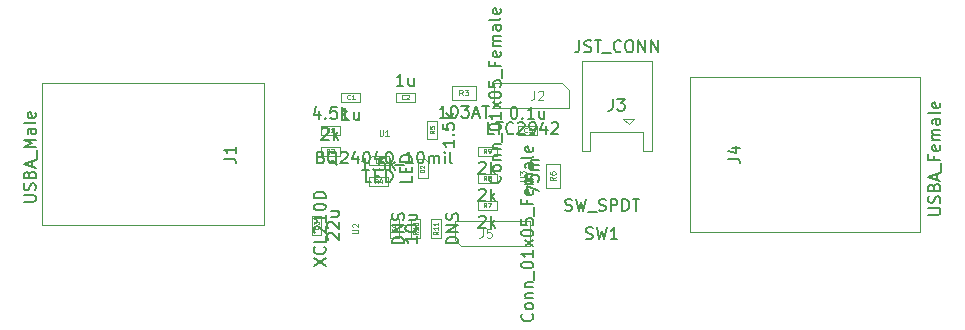
<source format=gbr>
G04 #@! TF.GenerationSoftware,KiCad,Pcbnew,(5.1.2)-1*
G04 #@! TF.CreationDate,2019-07-15T17:46:34-04:00*
G04 #@! TF.ProjectId,Charger Prototype,43686172-6765-4722-9050-726f746f7479,v1.0*
G04 #@! TF.SameCoordinates,Original*
G04 #@! TF.FileFunction,Other,Fab,Top*
%FSLAX46Y46*%
G04 Gerber Fmt 4.6, Leading zero omitted, Abs format (unit mm)*
G04 Created by KiCad (PCBNEW (5.1.2)-1) date 2019-07-15 17:46:34*
%MOMM*%
%LPD*%
G04 APERTURE LIST*
%ADD10C,0.100000*%
%ADD11C,0.060000*%
%ADD12C,0.150000*%
%ADD13C,0.075000*%
%ADD14C,0.114000*%
%ADD15C,0.062500*%
%ADD16C,0.080000*%
G04 APERTURE END LIST*
D10*
X129142000Y-86707000D02*
X129667000Y-87232000D01*
X123317000Y-86707000D02*
X129142000Y-86707000D01*
X123317000Y-88807000D02*
X123317000Y-86707000D01*
X129667000Y-88807000D02*
X123317000Y-88807000D01*
X129667000Y-87232000D02*
X129667000Y-88807000D01*
X120540000Y-100491000D02*
X120015000Y-99966000D01*
X126365000Y-100491000D02*
X120540000Y-100491000D01*
X126365000Y-98391000D02*
X126365000Y-100491000D01*
X120015000Y-98391000D02*
X126365000Y-98391000D01*
X120015000Y-99966000D02*
X120015000Y-98391000D01*
X125412500Y-90278000D02*
X127012500Y-90278000D01*
X125412500Y-91078000D02*
X125412500Y-90278000D01*
X127012500Y-91078000D02*
X125412500Y-91078000D01*
X127012500Y-90278000D02*
X127012500Y-91078000D01*
X108731000Y-97917000D02*
X108731000Y-99517000D01*
X107931000Y-97917000D02*
X108731000Y-97917000D01*
X107931000Y-99517000D02*
X107931000Y-97917000D01*
X108731000Y-99517000D02*
X107931000Y-99517000D01*
X112026500Y-88284000D02*
X110426500Y-88284000D01*
X112026500Y-87484000D02*
X112026500Y-88284000D01*
X110426500Y-87484000D02*
X112026500Y-87484000D01*
X110426500Y-88284000D02*
X110426500Y-87484000D01*
X115049500Y-87484000D02*
X116649500Y-87484000D01*
X115049500Y-88284000D02*
X115049500Y-87484000D01*
X116649500Y-88284000D02*
X115049500Y-88284000D01*
X116649500Y-87484000D02*
X116649500Y-88284000D01*
X115335000Y-98196500D02*
X115335000Y-99796500D01*
X114535000Y-98196500D02*
X115335000Y-98196500D01*
X114535000Y-99796500D02*
X114535000Y-98196500D01*
X115335000Y-99796500D02*
X114535000Y-99796500D01*
D11*
X112776000Y-93093000D02*
X113051000Y-92818000D01*
X112776000Y-93618000D02*
X112776000Y-93093000D01*
X114426000Y-93618000D02*
X112776000Y-93618000D01*
X114426000Y-92818000D02*
X114426000Y-93618000D01*
X113051000Y-92818000D02*
X114426000Y-92818000D01*
X117473000Y-93092000D02*
X117748000Y-93367000D01*
X116948000Y-93092000D02*
X117473000Y-93092000D01*
X116948000Y-94742000D02*
X116948000Y-93092000D01*
X117748000Y-94742000D02*
X116948000Y-94742000D01*
X117748000Y-93367000D02*
X117748000Y-94742000D01*
D10*
X103870000Y-86710000D02*
X85070000Y-86710000D01*
X103870000Y-98710000D02*
X85070000Y-98710000D01*
X85070000Y-86710000D02*
X85070000Y-98710000D01*
X103870000Y-86710000D02*
X103870000Y-98710000D01*
X134247000Y-89684000D02*
X134747000Y-90184000D01*
X135247000Y-89684000D02*
X134247000Y-89684000D01*
X134747000Y-90184000D02*
X135247000Y-89684000D01*
X131497000Y-90809000D02*
X135997000Y-90809000D01*
X131497000Y-92409000D02*
X131497000Y-90809000D01*
X130797000Y-92409000D02*
X131497000Y-92409000D01*
X130797000Y-84809000D02*
X130797000Y-92409000D01*
X136697000Y-84809000D02*
X130797000Y-84809000D01*
X136697000Y-92409000D02*
X136697000Y-84809000D01*
X135997000Y-92409000D02*
X136697000Y-92409000D01*
X135997000Y-90809000D02*
X135997000Y-92409000D01*
X139938000Y-99260000D02*
X139938000Y-86160000D01*
X139938000Y-86160000D02*
X159408000Y-86160000D01*
X139938000Y-99260000D02*
X159408000Y-99260000D01*
X159408000Y-99260000D02*
X159408000Y-86160000D01*
X108674000Y-90278000D02*
X110274000Y-90278000D01*
X108674000Y-91078000D02*
X108674000Y-90278000D01*
X110274000Y-91078000D02*
X108674000Y-91078000D01*
X110274000Y-90278000D02*
X110274000Y-91078000D01*
X108674000Y-92056000D02*
X110274000Y-92056000D01*
X108674000Y-92856000D02*
X108674000Y-92056000D01*
X110274000Y-92856000D02*
X108674000Y-92856000D01*
X110274000Y-92056000D02*
X110274000Y-92856000D01*
X121786000Y-88103000D02*
X119786000Y-88103000D01*
X121786000Y-86903000D02*
X121786000Y-88103000D01*
X119786000Y-86903000D02*
X121786000Y-86903000D01*
X119786000Y-88103000D02*
X119786000Y-86903000D01*
X112763500Y-94596000D02*
X114363500Y-94596000D01*
X112763500Y-95396000D02*
X112763500Y-94596000D01*
X114363500Y-95396000D02*
X112763500Y-95396000D01*
X114363500Y-94596000D02*
X114363500Y-95396000D01*
X118510000Y-89852500D02*
X118510000Y-91452500D01*
X117710000Y-89852500D02*
X118510000Y-89852500D01*
X117710000Y-91452500D02*
X117710000Y-89852500D01*
X118510000Y-91452500D02*
X117710000Y-91452500D01*
X127733500Y-95551500D02*
X127733500Y-93551500D01*
X128933500Y-95551500D02*
X127733500Y-95551500D01*
X128933500Y-93551500D02*
X128933500Y-95551500D01*
X127733500Y-93551500D02*
X128933500Y-93551500D01*
X123571000Y-97428000D02*
X121971000Y-97428000D01*
X123571000Y-96628000D02*
X123571000Y-97428000D01*
X121971000Y-96628000D02*
X123571000Y-96628000D01*
X121971000Y-97428000D02*
X121971000Y-96628000D01*
X123571000Y-95142000D02*
X121971000Y-95142000D01*
X123571000Y-94342000D02*
X123571000Y-95142000D01*
X121971000Y-94342000D02*
X123571000Y-94342000D01*
X121971000Y-95142000D02*
X121971000Y-94342000D01*
X123571000Y-92856000D02*
X121971000Y-92856000D01*
X123571000Y-92056000D02*
X123571000Y-92856000D01*
X121971000Y-92056000D02*
X123571000Y-92056000D01*
X121971000Y-92856000D02*
X121971000Y-92056000D01*
X116313000Y-99796500D02*
X116313000Y-98196500D01*
X117113000Y-99796500D02*
X116313000Y-99796500D01*
X117113000Y-98196500D02*
X117113000Y-99796500D01*
X116313000Y-98196500D02*
X117113000Y-98196500D01*
X118827500Y-98196500D02*
X118827500Y-99796500D01*
X118027500Y-98196500D02*
X118827500Y-98196500D01*
X118027500Y-99796500D02*
X118027500Y-98196500D01*
X118827500Y-99796500D02*
X118027500Y-99796500D01*
D12*
X108712666Y-92960571D02*
X108855523Y-93008190D01*
X108903142Y-93055809D01*
X108950761Y-93151047D01*
X108950761Y-93293904D01*
X108903142Y-93389142D01*
X108855523Y-93436761D01*
X108760285Y-93484380D01*
X108379333Y-93484380D01*
X108379333Y-92484380D01*
X108712666Y-92484380D01*
X108807904Y-92532000D01*
X108855523Y-92579619D01*
X108903142Y-92674857D01*
X108903142Y-92770095D01*
X108855523Y-92865333D01*
X108807904Y-92912952D01*
X108712666Y-92960571D01*
X108379333Y-92960571D01*
X110046000Y-93579619D02*
X109950761Y-93532000D01*
X109855523Y-93436761D01*
X109712666Y-93293904D01*
X109617428Y-93246285D01*
X109522190Y-93246285D01*
X109569809Y-93484380D02*
X109474571Y-93436761D01*
X109379333Y-93341523D01*
X109331714Y-93151047D01*
X109331714Y-92817714D01*
X109379333Y-92627238D01*
X109474571Y-92532000D01*
X109569809Y-92484380D01*
X109760285Y-92484380D01*
X109855523Y-92532000D01*
X109950761Y-92627238D01*
X109998380Y-92817714D01*
X109998380Y-93151047D01*
X109950761Y-93341523D01*
X109855523Y-93436761D01*
X109760285Y-93484380D01*
X109569809Y-93484380D01*
X110379333Y-92579619D02*
X110426952Y-92532000D01*
X110522190Y-92484380D01*
X110760285Y-92484380D01*
X110855523Y-92532000D01*
X110903142Y-92579619D01*
X110950761Y-92674857D01*
X110950761Y-92770095D01*
X110903142Y-92912952D01*
X110331714Y-93484380D01*
X110950761Y-93484380D01*
X111807904Y-92817714D02*
X111807904Y-93484380D01*
X111569809Y-92436761D02*
X111331714Y-93151047D01*
X111950761Y-93151047D01*
X112522190Y-92484380D02*
X112617428Y-92484380D01*
X112712666Y-92532000D01*
X112760285Y-92579619D01*
X112807904Y-92674857D01*
X112855523Y-92865333D01*
X112855523Y-93103428D01*
X112807904Y-93293904D01*
X112760285Y-93389142D01*
X112712666Y-93436761D01*
X112617428Y-93484380D01*
X112522190Y-93484380D01*
X112426952Y-93436761D01*
X112379333Y-93389142D01*
X112331714Y-93293904D01*
X112284095Y-93103428D01*
X112284095Y-92865333D01*
X112331714Y-92674857D01*
X112379333Y-92579619D01*
X112426952Y-92532000D01*
X112522190Y-92484380D01*
X113712666Y-92817714D02*
X113712666Y-93484380D01*
X113474571Y-92436761D02*
X113236476Y-93151047D01*
X113855523Y-93151047D01*
X114426952Y-92484380D02*
X114522190Y-92484380D01*
X114617428Y-92532000D01*
X114665047Y-92579619D01*
X114712666Y-92674857D01*
X114760285Y-92865333D01*
X114760285Y-93103428D01*
X114712666Y-93293904D01*
X114665047Y-93389142D01*
X114617428Y-93436761D01*
X114522190Y-93484380D01*
X114426952Y-93484380D01*
X114331714Y-93436761D01*
X114284095Y-93389142D01*
X114236476Y-93293904D01*
X114188857Y-93103428D01*
X114188857Y-92865333D01*
X114236476Y-92674857D01*
X114284095Y-92579619D01*
X114331714Y-92532000D01*
X114426952Y-92484380D01*
X114950761Y-93579619D02*
X115712666Y-93579619D01*
X116474571Y-93484380D02*
X115903142Y-93484380D01*
X116188857Y-93484380D02*
X116188857Y-92484380D01*
X116093619Y-92627238D01*
X115998380Y-92722476D01*
X115903142Y-92770095D01*
X117093619Y-92484380D02*
X117188857Y-92484380D01*
X117284095Y-92532000D01*
X117331714Y-92579619D01*
X117379333Y-92674857D01*
X117426952Y-92865333D01*
X117426952Y-93103428D01*
X117379333Y-93293904D01*
X117331714Y-93389142D01*
X117284095Y-93436761D01*
X117188857Y-93484380D01*
X117093619Y-93484380D01*
X116998380Y-93436761D01*
X116950761Y-93389142D01*
X116903142Y-93293904D01*
X116855523Y-93103428D01*
X116855523Y-92865333D01*
X116903142Y-92674857D01*
X116950761Y-92579619D01*
X116998380Y-92532000D01*
X117093619Y-92484380D01*
X117855523Y-93484380D02*
X117855523Y-92817714D01*
X117855523Y-92912952D02*
X117903142Y-92865333D01*
X117998380Y-92817714D01*
X118141238Y-92817714D01*
X118236476Y-92865333D01*
X118284095Y-92960571D01*
X118284095Y-93484380D01*
X118284095Y-92960571D02*
X118331714Y-92865333D01*
X118426952Y-92817714D01*
X118569809Y-92817714D01*
X118665047Y-92865333D01*
X118712666Y-92960571D01*
X118712666Y-93484380D01*
X119188857Y-93484380D02*
X119188857Y-92817714D01*
X119188857Y-92484380D02*
X119141238Y-92532000D01*
X119188857Y-92579619D01*
X119236476Y-92532000D01*
X119188857Y-92484380D01*
X119188857Y-92579619D01*
X119807904Y-93484380D02*
X119712666Y-93436761D01*
X119665047Y-93341523D01*
X119665047Y-92484380D01*
D13*
X113665047Y-90658190D02*
X113665047Y-91062952D01*
X113688857Y-91110571D01*
X113712666Y-91134380D01*
X113760285Y-91158190D01*
X113855523Y-91158190D01*
X113903142Y-91134380D01*
X113926952Y-91110571D01*
X113950761Y-91062952D01*
X113950761Y-90658190D01*
X114450761Y-91158190D02*
X114165047Y-91158190D01*
X114307904Y-91158190D02*
X114307904Y-90658190D01*
X114260285Y-90729619D01*
X114212666Y-90777238D01*
X114165047Y-90801047D01*
D12*
X108085380Y-102163166D02*
X109085380Y-101496500D01*
X108085380Y-101496500D02*
X109085380Y-102163166D01*
X108990142Y-100544119D02*
X109037761Y-100591738D01*
X109085380Y-100734595D01*
X109085380Y-100829833D01*
X109037761Y-100972690D01*
X108942523Y-101067928D01*
X108847285Y-101115547D01*
X108656809Y-101163166D01*
X108513952Y-101163166D01*
X108323476Y-101115547D01*
X108228238Y-101067928D01*
X108133000Y-100972690D01*
X108085380Y-100829833D01*
X108085380Y-100734595D01*
X108133000Y-100591738D01*
X108180619Y-100544119D01*
X109085380Y-99639357D02*
X109085380Y-100115547D01*
X108085380Y-100115547D01*
X108180619Y-99353642D02*
X108133000Y-99306023D01*
X108085380Y-99210785D01*
X108085380Y-98972690D01*
X108133000Y-98877452D01*
X108180619Y-98829833D01*
X108275857Y-98782214D01*
X108371095Y-98782214D01*
X108513952Y-98829833D01*
X109085380Y-99401261D01*
X109085380Y-98782214D01*
X109085380Y-97829833D02*
X109085380Y-98401261D01*
X109085380Y-98115547D02*
X108085380Y-98115547D01*
X108228238Y-98210785D01*
X108323476Y-98306023D01*
X108371095Y-98401261D01*
X108085380Y-97210785D02*
X108085380Y-97115547D01*
X108133000Y-97020309D01*
X108180619Y-96972690D01*
X108275857Y-96925071D01*
X108466333Y-96877452D01*
X108704428Y-96877452D01*
X108894904Y-96925071D01*
X108990142Y-96972690D01*
X109037761Y-97020309D01*
X109085380Y-97115547D01*
X109085380Y-97210785D01*
X109037761Y-97306023D01*
X108990142Y-97353642D01*
X108894904Y-97401261D01*
X108704428Y-97448880D01*
X108466333Y-97448880D01*
X108275857Y-97401261D01*
X108180619Y-97353642D01*
X108133000Y-97306023D01*
X108085380Y-97210785D01*
X109085380Y-96448880D02*
X108085380Y-96448880D01*
X108085380Y-96210785D01*
X108133000Y-96067928D01*
X108228238Y-95972690D01*
X108323476Y-95925071D01*
X108513952Y-95877452D01*
X108656809Y-95877452D01*
X108847285Y-95925071D01*
X108942523Y-95972690D01*
X109037761Y-96067928D01*
X109085380Y-96210785D01*
X109085380Y-96448880D01*
D13*
X111359190Y-99377452D02*
X111763952Y-99377452D01*
X111811571Y-99353642D01*
X111835380Y-99329833D01*
X111859190Y-99282214D01*
X111859190Y-99186976D01*
X111835380Y-99139357D01*
X111811571Y-99115547D01*
X111763952Y-99091738D01*
X111359190Y-99091738D01*
X111406809Y-98877452D02*
X111383000Y-98853642D01*
X111359190Y-98806023D01*
X111359190Y-98686976D01*
X111383000Y-98639357D01*
X111406809Y-98615547D01*
X111454428Y-98591738D01*
X111502047Y-98591738D01*
X111573476Y-98615547D01*
X111859190Y-98901261D01*
X111859190Y-98591738D01*
D12*
X123829142Y-94542714D02*
X123876761Y-94590333D01*
X123924380Y-94733190D01*
X123924380Y-94828428D01*
X123876761Y-94971285D01*
X123781523Y-95066523D01*
X123686285Y-95114142D01*
X123495809Y-95161761D01*
X123352952Y-95161761D01*
X123162476Y-95114142D01*
X123067238Y-95066523D01*
X122972000Y-94971285D01*
X122924380Y-94828428D01*
X122924380Y-94733190D01*
X122972000Y-94590333D01*
X123019619Y-94542714D01*
X123924380Y-93971285D02*
X123876761Y-94066523D01*
X123829142Y-94114142D01*
X123733904Y-94161761D01*
X123448190Y-94161761D01*
X123352952Y-94114142D01*
X123305333Y-94066523D01*
X123257714Y-93971285D01*
X123257714Y-93828428D01*
X123305333Y-93733190D01*
X123352952Y-93685571D01*
X123448190Y-93637952D01*
X123733904Y-93637952D01*
X123829142Y-93685571D01*
X123876761Y-93733190D01*
X123924380Y-93828428D01*
X123924380Y-93971285D01*
X123257714Y-93209380D02*
X123924380Y-93209380D01*
X123352952Y-93209380D02*
X123305333Y-93161761D01*
X123257714Y-93066523D01*
X123257714Y-92923666D01*
X123305333Y-92828428D01*
X123400571Y-92780809D01*
X123924380Y-92780809D01*
X123257714Y-92304619D02*
X123924380Y-92304619D01*
X123352952Y-92304619D02*
X123305333Y-92257000D01*
X123257714Y-92161761D01*
X123257714Y-92018904D01*
X123305333Y-91923666D01*
X123400571Y-91876047D01*
X123924380Y-91876047D01*
X124019619Y-91637952D02*
X124019619Y-90876047D01*
X122924380Y-90447476D02*
X122924380Y-90352238D01*
X122972000Y-90257000D01*
X123019619Y-90209380D01*
X123114857Y-90161761D01*
X123305333Y-90114142D01*
X123543428Y-90114142D01*
X123733904Y-90161761D01*
X123829142Y-90209380D01*
X123876761Y-90257000D01*
X123924380Y-90352238D01*
X123924380Y-90447476D01*
X123876761Y-90542714D01*
X123829142Y-90590333D01*
X123733904Y-90637952D01*
X123543428Y-90685571D01*
X123305333Y-90685571D01*
X123114857Y-90637952D01*
X123019619Y-90590333D01*
X122972000Y-90542714D01*
X122924380Y-90447476D01*
X123924380Y-89161761D02*
X123924380Y-89733190D01*
X123924380Y-89447476D02*
X122924380Y-89447476D01*
X123067238Y-89542714D01*
X123162476Y-89637952D01*
X123210095Y-89733190D01*
X123924380Y-88828428D02*
X123257714Y-88304619D01*
X123257714Y-88828428D02*
X123924380Y-88304619D01*
X122924380Y-87733190D02*
X122924380Y-87637952D01*
X122972000Y-87542714D01*
X123019619Y-87495095D01*
X123114857Y-87447476D01*
X123305333Y-87399857D01*
X123543428Y-87399857D01*
X123733904Y-87447476D01*
X123829142Y-87495095D01*
X123876761Y-87542714D01*
X123924380Y-87637952D01*
X123924380Y-87733190D01*
X123876761Y-87828428D01*
X123829142Y-87876047D01*
X123733904Y-87923666D01*
X123543428Y-87971285D01*
X123305333Y-87971285D01*
X123114857Y-87923666D01*
X123019619Y-87876047D01*
X122972000Y-87828428D01*
X122924380Y-87733190D01*
X122924380Y-86495095D02*
X122924380Y-86971285D01*
X123400571Y-87018904D01*
X123352952Y-86971285D01*
X123305333Y-86876047D01*
X123305333Y-86637952D01*
X123352952Y-86542714D01*
X123400571Y-86495095D01*
X123495809Y-86447476D01*
X123733904Y-86447476D01*
X123829142Y-86495095D01*
X123876761Y-86542714D01*
X123924380Y-86637952D01*
X123924380Y-86876047D01*
X123876761Y-86971285D01*
X123829142Y-87018904D01*
X124019619Y-86257000D02*
X124019619Y-85495095D01*
X123400571Y-84923666D02*
X123400571Y-85257000D01*
X123924380Y-85257000D02*
X122924380Y-85257000D01*
X122924380Y-84780809D01*
X123876761Y-84018904D02*
X123924380Y-84114142D01*
X123924380Y-84304619D01*
X123876761Y-84399857D01*
X123781523Y-84447476D01*
X123400571Y-84447476D01*
X123305333Y-84399857D01*
X123257714Y-84304619D01*
X123257714Y-84114142D01*
X123305333Y-84018904D01*
X123400571Y-83971285D01*
X123495809Y-83971285D01*
X123591047Y-84447476D01*
X123924380Y-83542714D02*
X123257714Y-83542714D01*
X123352952Y-83542714D02*
X123305333Y-83495095D01*
X123257714Y-83399857D01*
X123257714Y-83257000D01*
X123305333Y-83161761D01*
X123400571Y-83114142D01*
X123924380Y-83114142D01*
X123400571Y-83114142D02*
X123305333Y-83066523D01*
X123257714Y-82971285D01*
X123257714Y-82828428D01*
X123305333Y-82733190D01*
X123400571Y-82685571D01*
X123924380Y-82685571D01*
X123924380Y-81780809D02*
X123400571Y-81780809D01*
X123305333Y-81828428D01*
X123257714Y-81923666D01*
X123257714Y-82114142D01*
X123305333Y-82209380D01*
X123876761Y-81780809D02*
X123924380Y-81876047D01*
X123924380Y-82114142D01*
X123876761Y-82209380D01*
X123781523Y-82257000D01*
X123686285Y-82257000D01*
X123591047Y-82209380D01*
X123543428Y-82114142D01*
X123543428Y-81876047D01*
X123495809Y-81780809D01*
X123924380Y-81161761D02*
X123876761Y-81257000D01*
X123781523Y-81304619D01*
X122924380Y-81304619D01*
X123876761Y-80399857D02*
X123924380Y-80495095D01*
X123924380Y-80685571D01*
X123876761Y-80780809D01*
X123781523Y-80828428D01*
X123400571Y-80828428D01*
X123305333Y-80780809D01*
X123257714Y-80685571D01*
X123257714Y-80495095D01*
X123305333Y-80399857D01*
X123400571Y-80352238D01*
X123495809Y-80352238D01*
X123591047Y-80828428D01*
D14*
X126778666Y-87340809D02*
X126778666Y-87883666D01*
X126742476Y-87992238D01*
X126670095Y-88064619D01*
X126561523Y-88100809D01*
X126489142Y-88100809D01*
X127104380Y-87413190D02*
X127140571Y-87377000D01*
X127212952Y-87340809D01*
X127393904Y-87340809D01*
X127466285Y-87377000D01*
X127502476Y-87413190D01*
X127538666Y-87485571D01*
X127538666Y-87557952D01*
X127502476Y-87666523D01*
X127068190Y-88100809D01*
X127538666Y-88100809D01*
D12*
X126567142Y-106226714D02*
X126614761Y-106274333D01*
X126662380Y-106417190D01*
X126662380Y-106512428D01*
X126614761Y-106655285D01*
X126519523Y-106750523D01*
X126424285Y-106798142D01*
X126233809Y-106845761D01*
X126090952Y-106845761D01*
X125900476Y-106798142D01*
X125805238Y-106750523D01*
X125710000Y-106655285D01*
X125662380Y-106512428D01*
X125662380Y-106417190D01*
X125710000Y-106274333D01*
X125757619Y-106226714D01*
X126662380Y-105655285D02*
X126614761Y-105750523D01*
X126567142Y-105798142D01*
X126471904Y-105845761D01*
X126186190Y-105845761D01*
X126090952Y-105798142D01*
X126043333Y-105750523D01*
X125995714Y-105655285D01*
X125995714Y-105512428D01*
X126043333Y-105417190D01*
X126090952Y-105369571D01*
X126186190Y-105321952D01*
X126471904Y-105321952D01*
X126567142Y-105369571D01*
X126614761Y-105417190D01*
X126662380Y-105512428D01*
X126662380Y-105655285D01*
X125995714Y-104893380D02*
X126662380Y-104893380D01*
X126090952Y-104893380D02*
X126043333Y-104845761D01*
X125995714Y-104750523D01*
X125995714Y-104607666D01*
X126043333Y-104512428D01*
X126138571Y-104464809D01*
X126662380Y-104464809D01*
X125995714Y-103988619D02*
X126662380Y-103988619D01*
X126090952Y-103988619D02*
X126043333Y-103941000D01*
X125995714Y-103845761D01*
X125995714Y-103702904D01*
X126043333Y-103607666D01*
X126138571Y-103560047D01*
X126662380Y-103560047D01*
X126757619Y-103321952D02*
X126757619Y-102560047D01*
X125662380Y-102131476D02*
X125662380Y-102036238D01*
X125710000Y-101941000D01*
X125757619Y-101893380D01*
X125852857Y-101845761D01*
X126043333Y-101798142D01*
X126281428Y-101798142D01*
X126471904Y-101845761D01*
X126567142Y-101893380D01*
X126614761Y-101941000D01*
X126662380Y-102036238D01*
X126662380Y-102131476D01*
X126614761Y-102226714D01*
X126567142Y-102274333D01*
X126471904Y-102321952D01*
X126281428Y-102369571D01*
X126043333Y-102369571D01*
X125852857Y-102321952D01*
X125757619Y-102274333D01*
X125710000Y-102226714D01*
X125662380Y-102131476D01*
X126662380Y-100845761D02*
X126662380Y-101417190D01*
X126662380Y-101131476D02*
X125662380Y-101131476D01*
X125805238Y-101226714D01*
X125900476Y-101321952D01*
X125948095Y-101417190D01*
X126662380Y-100512428D02*
X125995714Y-99988619D01*
X125995714Y-100512428D02*
X126662380Y-99988619D01*
X125662380Y-99417190D02*
X125662380Y-99321952D01*
X125710000Y-99226714D01*
X125757619Y-99179095D01*
X125852857Y-99131476D01*
X126043333Y-99083857D01*
X126281428Y-99083857D01*
X126471904Y-99131476D01*
X126567142Y-99179095D01*
X126614761Y-99226714D01*
X126662380Y-99321952D01*
X126662380Y-99417190D01*
X126614761Y-99512428D01*
X126567142Y-99560047D01*
X126471904Y-99607666D01*
X126281428Y-99655285D01*
X126043333Y-99655285D01*
X125852857Y-99607666D01*
X125757619Y-99560047D01*
X125710000Y-99512428D01*
X125662380Y-99417190D01*
X125662380Y-98179095D02*
X125662380Y-98655285D01*
X126138571Y-98702904D01*
X126090952Y-98655285D01*
X126043333Y-98560047D01*
X126043333Y-98321952D01*
X126090952Y-98226714D01*
X126138571Y-98179095D01*
X126233809Y-98131476D01*
X126471904Y-98131476D01*
X126567142Y-98179095D01*
X126614761Y-98226714D01*
X126662380Y-98321952D01*
X126662380Y-98560047D01*
X126614761Y-98655285D01*
X126567142Y-98702904D01*
X126757619Y-97941000D02*
X126757619Y-97179095D01*
X126138571Y-96607666D02*
X126138571Y-96941000D01*
X126662380Y-96941000D02*
X125662380Y-96941000D01*
X125662380Y-96464809D01*
X126614761Y-95702904D02*
X126662380Y-95798142D01*
X126662380Y-95988619D01*
X126614761Y-96083857D01*
X126519523Y-96131476D01*
X126138571Y-96131476D01*
X126043333Y-96083857D01*
X125995714Y-95988619D01*
X125995714Y-95798142D01*
X126043333Y-95702904D01*
X126138571Y-95655285D01*
X126233809Y-95655285D01*
X126329047Y-96131476D01*
X126662380Y-95226714D02*
X125995714Y-95226714D01*
X126090952Y-95226714D02*
X126043333Y-95179095D01*
X125995714Y-95083857D01*
X125995714Y-94941000D01*
X126043333Y-94845761D01*
X126138571Y-94798142D01*
X126662380Y-94798142D01*
X126138571Y-94798142D02*
X126043333Y-94750523D01*
X125995714Y-94655285D01*
X125995714Y-94512428D01*
X126043333Y-94417190D01*
X126138571Y-94369571D01*
X126662380Y-94369571D01*
X126662380Y-93464809D02*
X126138571Y-93464809D01*
X126043333Y-93512428D01*
X125995714Y-93607666D01*
X125995714Y-93798142D01*
X126043333Y-93893380D01*
X126614761Y-93464809D02*
X126662380Y-93560047D01*
X126662380Y-93798142D01*
X126614761Y-93893380D01*
X126519523Y-93941000D01*
X126424285Y-93941000D01*
X126329047Y-93893380D01*
X126281428Y-93798142D01*
X126281428Y-93560047D01*
X126233809Y-93464809D01*
X126662380Y-92845761D02*
X126614761Y-92941000D01*
X126519523Y-92988619D01*
X125662380Y-92988619D01*
X126614761Y-92083857D02*
X126662380Y-92179095D01*
X126662380Y-92369571D01*
X126614761Y-92464809D01*
X126519523Y-92512428D01*
X126138571Y-92512428D01*
X126043333Y-92464809D01*
X125995714Y-92369571D01*
X125995714Y-92179095D01*
X126043333Y-92083857D01*
X126138571Y-92036238D01*
X126233809Y-92036238D01*
X126329047Y-92512428D01*
D14*
X122396666Y-99024809D02*
X122396666Y-99567666D01*
X122360476Y-99676238D01*
X122288095Y-99748619D01*
X122179523Y-99784809D01*
X122107142Y-99784809D01*
X123120476Y-99024809D02*
X122758571Y-99024809D01*
X122722380Y-99386714D01*
X122758571Y-99350523D01*
X122830952Y-99314333D01*
X123011904Y-99314333D01*
X123084285Y-99350523D01*
X123120476Y-99386714D01*
X123156666Y-99459095D01*
X123156666Y-99640047D01*
X123120476Y-99712428D01*
X123084285Y-99748619D01*
X123011904Y-99784809D01*
X122830952Y-99784809D01*
X122758571Y-99748619D01*
X122722380Y-99712428D01*
D12*
X124998214Y-88700380D02*
X125093452Y-88700380D01*
X125188690Y-88748000D01*
X125236309Y-88795619D01*
X125283928Y-88890857D01*
X125331547Y-89081333D01*
X125331547Y-89319428D01*
X125283928Y-89509904D01*
X125236309Y-89605142D01*
X125188690Y-89652761D01*
X125093452Y-89700380D01*
X124998214Y-89700380D01*
X124902976Y-89652761D01*
X124855357Y-89605142D01*
X124807738Y-89509904D01*
X124760119Y-89319428D01*
X124760119Y-89081333D01*
X124807738Y-88890857D01*
X124855357Y-88795619D01*
X124902976Y-88748000D01*
X124998214Y-88700380D01*
X125760119Y-89605142D02*
X125807738Y-89652761D01*
X125760119Y-89700380D01*
X125712500Y-89652761D01*
X125760119Y-89605142D01*
X125760119Y-89700380D01*
X126760119Y-89700380D02*
X126188690Y-89700380D01*
X126474404Y-89700380D02*
X126474404Y-88700380D01*
X126379166Y-88843238D01*
X126283928Y-88938476D01*
X126188690Y-88986095D01*
X127617261Y-89033714D02*
X127617261Y-89700380D01*
X127188690Y-89033714D02*
X127188690Y-89557523D01*
X127236309Y-89652761D01*
X127331547Y-89700380D01*
X127474404Y-89700380D01*
X127569642Y-89652761D01*
X127617261Y-89605142D01*
D11*
X126145833Y-90820857D02*
X126126785Y-90839904D01*
X126069642Y-90858952D01*
X126031547Y-90858952D01*
X125974404Y-90839904D01*
X125936309Y-90801809D01*
X125917261Y-90763714D01*
X125898214Y-90687523D01*
X125898214Y-90630380D01*
X125917261Y-90554190D01*
X125936309Y-90516095D01*
X125974404Y-90478000D01*
X126031547Y-90458952D01*
X126069642Y-90458952D01*
X126126785Y-90478000D01*
X126145833Y-90497047D01*
X126507738Y-90458952D02*
X126317261Y-90458952D01*
X126298214Y-90649428D01*
X126317261Y-90630380D01*
X126355357Y-90611333D01*
X126450595Y-90611333D01*
X126488690Y-90630380D01*
X126507738Y-90649428D01*
X126526785Y-90687523D01*
X126526785Y-90782761D01*
X126507738Y-90820857D01*
X126488690Y-90839904D01*
X126450595Y-90858952D01*
X126355357Y-90858952D01*
X126317261Y-90839904D01*
X126298214Y-90820857D01*
D12*
X109308619Y-99931285D02*
X109261000Y-99883666D01*
X109213380Y-99788428D01*
X109213380Y-99550333D01*
X109261000Y-99455095D01*
X109308619Y-99407476D01*
X109403857Y-99359857D01*
X109499095Y-99359857D01*
X109641952Y-99407476D01*
X110213380Y-99978904D01*
X110213380Y-99359857D01*
X109308619Y-98978904D02*
X109261000Y-98931285D01*
X109213380Y-98836047D01*
X109213380Y-98597952D01*
X109261000Y-98502714D01*
X109308619Y-98455095D01*
X109403857Y-98407476D01*
X109499095Y-98407476D01*
X109641952Y-98455095D01*
X110213380Y-99026523D01*
X110213380Y-98407476D01*
X109546714Y-97550333D02*
X110213380Y-97550333D01*
X109546714Y-97978904D02*
X110070523Y-97978904D01*
X110165761Y-97931285D01*
X110213380Y-97836047D01*
X110213380Y-97693190D01*
X110165761Y-97597952D01*
X110118142Y-97550333D01*
D11*
X108473857Y-98783666D02*
X108492904Y-98802714D01*
X108511952Y-98859857D01*
X108511952Y-98897952D01*
X108492904Y-98955095D01*
X108454809Y-98993190D01*
X108416714Y-99012238D01*
X108340523Y-99031285D01*
X108283380Y-99031285D01*
X108207190Y-99012238D01*
X108169095Y-98993190D01*
X108131000Y-98955095D01*
X108111952Y-98897952D01*
X108111952Y-98859857D01*
X108131000Y-98802714D01*
X108150047Y-98783666D01*
X108111952Y-98650333D02*
X108111952Y-98402714D01*
X108264333Y-98536047D01*
X108264333Y-98478904D01*
X108283380Y-98440809D01*
X108302428Y-98421761D01*
X108340523Y-98402714D01*
X108435761Y-98402714D01*
X108473857Y-98421761D01*
X108492904Y-98440809D01*
X108511952Y-98478904D01*
X108511952Y-98593190D01*
X108492904Y-98631285D01*
X108473857Y-98650333D01*
D12*
X111059833Y-89766380D02*
X110488404Y-89766380D01*
X110774119Y-89766380D02*
X110774119Y-88766380D01*
X110678880Y-88909238D01*
X110583642Y-89004476D01*
X110488404Y-89052095D01*
X111916976Y-89099714D02*
X111916976Y-89766380D01*
X111488404Y-89099714D02*
X111488404Y-89623523D01*
X111536023Y-89718761D01*
X111631261Y-89766380D01*
X111774119Y-89766380D01*
X111869357Y-89718761D01*
X111916976Y-89671142D01*
D11*
X111159833Y-88026857D02*
X111140785Y-88045904D01*
X111083642Y-88064952D01*
X111045547Y-88064952D01*
X110988404Y-88045904D01*
X110950309Y-88007809D01*
X110931261Y-87969714D01*
X110912214Y-87893523D01*
X110912214Y-87836380D01*
X110931261Y-87760190D01*
X110950309Y-87722095D01*
X110988404Y-87684000D01*
X111045547Y-87664952D01*
X111083642Y-87664952D01*
X111140785Y-87684000D01*
X111159833Y-87703047D01*
X111540785Y-88064952D02*
X111312214Y-88064952D01*
X111426500Y-88064952D02*
X111426500Y-87664952D01*
X111388404Y-87722095D01*
X111350309Y-87760190D01*
X111312214Y-87779238D01*
D12*
X115682833Y-86906380D02*
X115111404Y-86906380D01*
X115397119Y-86906380D02*
X115397119Y-85906380D01*
X115301880Y-86049238D01*
X115206642Y-86144476D01*
X115111404Y-86192095D01*
X116539976Y-86239714D02*
X116539976Y-86906380D01*
X116111404Y-86239714D02*
X116111404Y-86763523D01*
X116159023Y-86858761D01*
X116254261Y-86906380D01*
X116397119Y-86906380D01*
X116492357Y-86858761D01*
X116539976Y-86811142D01*
D11*
X115782833Y-88026857D02*
X115763785Y-88045904D01*
X115706642Y-88064952D01*
X115668547Y-88064952D01*
X115611404Y-88045904D01*
X115573309Y-88007809D01*
X115554261Y-87969714D01*
X115535214Y-87893523D01*
X115535214Y-87836380D01*
X115554261Y-87760190D01*
X115573309Y-87722095D01*
X115611404Y-87684000D01*
X115668547Y-87664952D01*
X115706642Y-87664952D01*
X115763785Y-87684000D01*
X115782833Y-87703047D01*
X115935214Y-87703047D02*
X115954261Y-87684000D01*
X115992357Y-87664952D01*
X116087595Y-87664952D01*
X116125690Y-87684000D01*
X116144738Y-87703047D01*
X116163785Y-87741142D01*
X116163785Y-87779238D01*
X116144738Y-87836380D01*
X115916166Y-88064952D01*
X116163785Y-88064952D01*
D12*
X116817380Y-99639357D02*
X116817380Y-100210785D01*
X116817380Y-99925071D02*
X115817380Y-99925071D01*
X115960238Y-100020309D01*
X116055476Y-100115547D01*
X116103095Y-100210785D01*
X115817380Y-99020309D02*
X115817380Y-98925071D01*
X115865000Y-98829833D01*
X115912619Y-98782214D01*
X116007857Y-98734595D01*
X116198333Y-98686976D01*
X116436428Y-98686976D01*
X116626904Y-98734595D01*
X116722142Y-98782214D01*
X116769761Y-98829833D01*
X116817380Y-98925071D01*
X116817380Y-99020309D01*
X116769761Y-99115547D01*
X116722142Y-99163166D01*
X116626904Y-99210785D01*
X116436428Y-99258404D01*
X116198333Y-99258404D01*
X116007857Y-99210785D01*
X115912619Y-99163166D01*
X115865000Y-99115547D01*
X115817380Y-99020309D01*
X116150714Y-97829833D02*
X116817380Y-97829833D01*
X116150714Y-98258404D02*
X116674523Y-98258404D01*
X116769761Y-98210785D01*
X116817380Y-98115547D01*
X116817380Y-97972690D01*
X116769761Y-97877452D01*
X116722142Y-97829833D01*
D11*
X115077857Y-99063166D02*
X115096904Y-99082214D01*
X115115952Y-99139357D01*
X115115952Y-99177452D01*
X115096904Y-99234595D01*
X115058809Y-99272690D01*
X115020714Y-99291738D01*
X114944523Y-99310785D01*
X114887380Y-99310785D01*
X114811190Y-99291738D01*
X114773095Y-99272690D01*
X114735000Y-99234595D01*
X114715952Y-99177452D01*
X114715952Y-99139357D01*
X114735000Y-99082214D01*
X114754047Y-99063166D01*
X114849285Y-98720309D02*
X115115952Y-98720309D01*
X114696904Y-98815547D02*
X114982619Y-98910785D01*
X114982619Y-98663166D01*
D12*
X112958142Y-95070380D02*
X112481952Y-95070380D01*
X112481952Y-94070380D01*
X113291476Y-94546571D02*
X113624809Y-94546571D01*
X113767666Y-95070380D02*
X113291476Y-95070380D01*
X113291476Y-94070380D01*
X113767666Y-94070380D01*
X114196238Y-95070380D02*
X114196238Y-94070380D01*
X114434333Y-94070380D01*
X114577190Y-94118000D01*
X114672428Y-94213238D01*
X114720047Y-94308476D01*
X114767666Y-94498952D01*
X114767666Y-94641809D01*
X114720047Y-94832285D01*
X114672428Y-94927523D01*
X114577190Y-95022761D01*
X114434333Y-95070380D01*
X114196238Y-95070380D01*
D15*
X113367666Y-93426333D02*
X113367666Y-93076333D01*
X113451000Y-93076333D01*
X113501000Y-93093000D01*
X113534333Y-93126333D01*
X113551000Y-93159666D01*
X113567666Y-93226333D01*
X113567666Y-93276333D01*
X113551000Y-93343000D01*
X113534333Y-93376333D01*
X113501000Y-93409666D01*
X113451000Y-93426333D01*
X113367666Y-93426333D01*
X113901000Y-93426333D02*
X113701000Y-93426333D01*
X113801000Y-93426333D02*
X113801000Y-93076333D01*
X113767666Y-93126333D01*
X113734333Y-93159666D01*
X113701000Y-93176333D01*
D12*
X116400380Y-94559857D02*
X116400380Y-95036047D01*
X115400380Y-95036047D01*
X115876571Y-94226523D02*
X115876571Y-93893190D01*
X116400380Y-93750333D02*
X116400380Y-94226523D01*
X115400380Y-94226523D01*
X115400380Y-93750333D01*
X116400380Y-93321761D02*
X115400380Y-93321761D01*
X115400380Y-93083666D01*
X115448000Y-92940809D01*
X115543238Y-92845571D01*
X115638476Y-92797952D01*
X115828952Y-92750333D01*
X115971809Y-92750333D01*
X116162285Y-92797952D01*
X116257523Y-92845571D01*
X116352761Y-92940809D01*
X116400380Y-93083666D01*
X116400380Y-93321761D01*
D15*
X117456333Y-94200333D02*
X117106333Y-94200333D01*
X117106333Y-94117000D01*
X117123000Y-94067000D01*
X117156333Y-94033666D01*
X117189666Y-94017000D01*
X117256333Y-94000333D01*
X117306333Y-94000333D01*
X117373000Y-94017000D01*
X117406333Y-94033666D01*
X117439666Y-94067000D01*
X117456333Y-94117000D01*
X117456333Y-94200333D01*
X117139666Y-93867000D02*
X117123000Y-93850333D01*
X117106333Y-93817000D01*
X117106333Y-93733666D01*
X117123000Y-93700333D01*
X117139666Y-93683666D01*
X117173000Y-93667000D01*
X117206333Y-93667000D01*
X117256333Y-93683666D01*
X117456333Y-93883666D01*
X117456333Y-93667000D01*
D12*
X83547380Y-96745714D02*
X84356904Y-96745714D01*
X84452142Y-96698095D01*
X84499761Y-96650476D01*
X84547380Y-96555238D01*
X84547380Y-96364761D01*
X84499761Y-96269523D01*
X84452142Y-96221904D01*
X84356904Y-96174285D01*
X83547380Y-96174285D01*
X84499761Y-95745714D02*
X84547380Y-95602857D01*
X84547380Y-95364761D01*
X84499761Y-95269523D01*
X84452142Y-95221904D01*
X84356904Y-95174285D01*
X84261666Y-95174285D01*
X84166428Y-95221904D01*
X84118809Y-95269523D01*
X84071190Y-95364761D01*
X84023571Y-95555238D01*
X83975952Y-95650476D01*
X83928333Y-95698095D01*
X83833095Y-95745714D01*
X83737857Y-95745714D01*
X83642619Y-95698095D01*
X83595000Y-95650476D01*
X83547380Y-95555238D01*
X83547380Y-95317142D01*
X83595000Y-95174285D01*
X84023571Y-94412380D02*
X84071190Y-94269523D01*
X84118809Y-94221904D01*
X84214047Y-94174285D01*
X84356904Y-94174285D01*
X84452142Y-94221904D01*
X84499761Y-94269523D01*
X84547380Y-94364761D01*
X84547380Y-94745714D01*
X83547380Y-94745714D01*
X83547380Y-94412380D01*
X83595000Y-94317142D01*
X83642619Y-94269523D01*
X83737857Y-94221904D01*
X83833095Y-94221904D01*
X83928333Y-94269523D01*
X83975952Y-94317142D01*
X84023571Y-94412380D01*
X84023571Y-94745714D01*
X84261666Y-93793333D02*
X84261666Y-93317142D01*
X84547380Y-93888571D02*
X83547380Y-93555238D01*
X84547380Y-93221904D01*
X84642619Y-93126666D02*
X84642619Y-92364761D01*
X84547380Y-92126666D02*
X83547380Y-92126666D01*
X84261666Y-91793333D01*
X83547380Y-91460000D01*
X84547380Y-91460000D01*
X84547380Y-90555238D02*
X84023571Y-90555238D01*
X83928333Y-90602857D01*
X83880714Y-90698095D01*
X83880714Y-90888571D01*
X83928333Y-90983809D01*
X84499761Y-90555238D02*
X84547380Y-90650476D01*
X84547380Y-90888571D01*
X84499761Y-90983809D01*
X84404523Y-91031428D01*
X84309285Y-91031428D01*
X84214047Y-90983809D01*
X84166428Y-90888571D01*
X84166428Y-90650476D01*
X84118809Y-90555238D01*
X84547380Y-89936190D02*
X84499761Y-90031428D01*
X84404523Y-90079047D01*
X83547380Y-90079047D01*
X84499761Y-89174285D02*
X84547380Y-89269523D01*
X84547380Y-89460000D01*
X84499761Y-89555238D01*
X84404523Y-89602857D01*
X84023571Y-89602857D01*
X83928333Y-89555238D01*
X83880714Y-89460000D01*
X83880714Y-89269523D01*
X83928333Y-89174285D01*
X84023571Y-89126666D01*
X84118809Y-89126666D01*
X84214047Y-89602857D01*
X100497380Y-93068333D02*
X101211666Y-93068333D01*
X101354523Y-93115952D01*
X101449761Y-93211190D01*
X101497380Y-93354047D01*
X101497380Y-93449285D01*
X101497380Y-92068333D02*
X101497380Y-92639761D01*
X101497380Y-92354047D02*
X100497380Y-92354047D01*
X100640238Y-92449285D01*
X100735476Y-92544523D01*
X100783095Y-92639761D01*
X130580333Y-83061380D02*
X130580333Y-83775666D01*
X130532714Y-83918523D01*
X130437476Y-84013761D01*
X130294619Y-84061380D01*
X130199380Y-84061380D01*
X131008904Y-84013761D02*
X131151761Y-84061380D01*
X131389857Y-84061380D01*
X131485095Y-84013761D01*
X131532714Y-83966142D01*
X131580333Y-83870904D01*
X131580333Y-83775666D01*
X131532714Y-83680428D01*
X131485095Y-83632809D01*
X131389857Y-83585190D01*
X131199380Y-83537571D01*
X131104142Y-83489952D01*
X131056523Y-83442333D01*
X131008904Y-83347095D01*
X131008904Y-83251857D01*
X131056523Y-83156619D01*
X131104142Y-83109000D01*
X131199380Y-83061380D01*
X131437476Y-83061380D01*
X131580333Y-83109000D01*
X131866047Y-83061380D02*
X132437476Y-83061380D01*
X132151761Y-84061380D02*
X132151761Y-83061380D01*
X132532714Y-84156619D02*
X133294619Y-84156619D01*
X134104142Y-83966142D02*
X134056523Y-84013761D01*
X133913666Y-84061380D01*
X133818428Y-84061380D01*
X133675571Y-84013761D01*
X133580333Y-83918523D01*
X133532714Y-83823285D01*
X133485095Y-83632809D01*
X133485095Y-83489952D01*
X133532714Y-83299476D01*
X133580333Y-83204238D01*
X133675571Y-83109000D01*
X133818428Y-83061380D01*
X133913666Y-83061380D01*
X134056523Y-83109000D01*
X134104142Y-83156619D01*
X134723190Y-83061380D02*
X134913666Y-83061380D01*
X135008904Y-83109000D01*
X135104142Y-83204238D01*
X135151761Y-83394714D01*
X135151761Y-83728047D01*
X135104142Y-83918523D01*
X135008904Y-84013761D01*
X134913666Y-84061380D01*
X134723190Y-84061380D01*
X134627952Y-84013761D01*
X134532714Y-83918523D01*
X134485095Y-83728047D01*
X134485095Y-83394714D01*
X134532714Y-83204238D01*
X134627952Y-83109000D01*
X134723190Y-83061380D01*
X135580333Y-84061380D02*
X135580333Y-83061380D01*
X136151761Y-84061380D01*
X136151761Y-83061380D01*
X136627952Y-84061380D02*
X136627952Y-83061380D01*
X137199380Y-84061380D01*
X137199380Y-83061380D01*
X133413666Y-88011380D02*
X133413666Y-88725666D01*
X133366047Y-88868523D01*
X133270809Y-88963761D01*
X133127952Y-89011380D01*
X133032714Y-89011380D01*
X133794619Y-88011380D02*
X134413666Y-88011380D01*
X134080333Y-88392333D01*
X134223190Y-88392333D01*
X134318428Y-88439952D01*
X134366047Y-88487571D01*
X134413666Y-88582809D01*
X134413666Y-88820904D01*
X134366047Y-88916142D01*
X134318428Y-88963761D01*
X134223190Y-89011380D01*
X133937476Y-89011380D01*
X133842238Y-88963761D01*
X133794619Y-88916142D01*
X160125380Y-97823095D02*
X160934904Y-97823095D01*
X161030142Y-97775476D01*
X161077761Y-97727857D01*
X161125380Y-97632619D01*
X161125380Y-97442142D01*
X161077761Y-97346904D01*
X161030142Y-97299285D01*
X160934904Y-97251666D01*
X160125380Y-97251666D01*
X161077761Y-96823095D02*
X161125380Y-96680238D01*
X161125380Y-96442142D01*
X161077761Y-96346904D01*
X161030142Y-96299285D01*
X160934904Y-96251666D01*
X160839666Y-96251666D01*
X160744428Y-96299285D01*
X160696809Y-96346904D01*
X160649190Y-96442142D01*
X160601571Y-96632619D01*
X160553952Y-96727857D01*
X160506333Y-96775476D01*
X160411095Y-96823095D01*
X160315857Y-96823095D01*
X160220619Y-96775476D01*
X160173000Y-96727857D01*
X160125380Y-96632619D01*
X160125380Y-96394523D01*
X160173000Y-96251666D01*
X160601571Y-95489761D02*
X160649190Y-95346904D01*
X160696809Y-95299285D01*
X160792047Y-95251666D01*
X160934904Y-95251666D01*
X161030142Y-95299285D01*
X161077761Y-95346904D01*
X161125380Y-95442142D01*
X161125380Y-95823095D01*
X160125380Y-95823095D01*
X160125380Y-95489761D01*
X160173000Y-95394523D01*
X160220619Y-95346904D01*
X160315857Y-95299285D01*
X160411095Y-95299285D01*
X160506333Y-95346904D01*
X160553952Y-95394523D01*
X160601571Y-95489761D01*
X160601571Y-95823095D01*
X160839666Y-94870714D02*
X160839666Y-94394523D01*
X161125380Y-94965952D02*
X160125380Y-94632619D01*
X161125380Y-94299285D01*
X161220619Y-94204047D02*
X161220619Y-93442142D01*
X160601571Y-92870714D02*
X160601571Y-93204047D01*
X161125380Y-93204047D02*
X160125380Y-93204047D01*
X160125380Y-92727857D01*
X161077761Y-91965952D02*
X161125380Y-92061190D01*
X161125380Y-92251666D01*
X161077761Y-92346904D01*
X160982523Y-92394523D01*
X160601571Y-92394523D01*
X160506333Y-92346904D01*
X160458714Y-92251666D01*
X160458714Y-92061190D01*
X160506333Y-91965952D01*
X160601571Y-91918333D01*
X160696809Y-91918333D01*
X160792047Y-92394523D01*
X161125380Y-91489761D02*
X160458714Y-91489761D01*
X160553952Y-91489761D02*
X160506333Y-91442142D01*
X160458714Y-91346904D01*
X160458714Y-91204047D01*
X160506333Y-91108809D01*
X160601571Y-91061190D01*
X161125380Y-91061190D01*
X160601571Y-91061190D02*
X160506333Y-91013571D01*
X160458714Y-90918333D01*
X160458714Y-90775476D01*
X160506333Y-90680238D01*
X160601571Y-90632619D01*
X161125380Y-90632619D01*
X161125380Y-89727857D02*
X160601571Y-89727857D01*
X160506333Y-89775476D01*
X160458714Y-89870714D01*
X160458714Y-90061190D01*
X160506333Y-90156428D01*
X161077761Y-89727857D02*
X161125380Y-89823095D01*
X161125380Y-90061190D01*
X161077761Y-90156428D01*
X160982523Y-90204047D01*
X160887285Y-90204047D01*
X160792047Y-90156428D01*
X160744428Y-90061190D01*
X160744428Y-89823095D01*
X160696809Y-89727857D01*
X161125380Y-89108809D02*
X161077761Y-89204047D01*
X160982523Y-89251666D01*
X160125380Y-89251666D01*
X161077761Y-88346904D02*
X161125380Y-88442142D01*
X161125380Y-88632619D01*
X161077761Y-88727857D01*
X160982523Y-88775476D01*
X160601571Y-88775476D01*
X160506333Y-88727857D01*
X160458714Y-88632619D01*
X160458714Y-88442142D01*
X160506333Y-88346904D01*
X160601571Y-88299285D01*
X160696809Y-88299285D01*
X160792047Y-88775476D01*
X143175380Y-93068333D02*
X143889666Y-93068333D01*
X144032523Y-93115952D01*
X144127761Y-93211190D01*
X144175380Y-93354047D01*
X144175380Y-93449285D01*
X143508714Y-92163571D02*
X144175380Y-92163571D01*
X143127761Y-92401666D02*
X143842047Y-92639761D01*
X143842047Y-92020714D01*
X108545428Y-89033714D02*
X108545428Y-89700380D01*
X108307333Y-88652761D02*
X108069238Y-89367047D01*
X108688285Y-89367047D01*
X109069238Y-89605142D02*
X109116857Y-89652761D01*
X109069238Y-89700380D01*
X109021619Y-89652761D01*
X109069238Y-89605142D01*
X109069238Y-89700380D01*
X110021619Y-88700380D02*
X109545428Y-88700380D01*
X109497809Y-89176571D01*
X109545428Y-89128952D01*
X109640666Y-89081333D01*
X109878761Y-89081333D01*
X109974000Y-89128952D01*
X110021619Y-89176571D01*
X110069238Y-89271809D01*
X110069238Y-89509904D01*
X110021619Y-89605142D01*
X109974000Y-89652761D01*
X109878761Y-89700380D01*
X109640666Y-89700380D01*
X109545428Y-89652761D01*
X109497809Y-89605142D01*
X110497809Y-89700380D02*
X110497809Y-88700380D01*
X110593047Y-89319428D02*
X110878761Y-89700380D01*
X110878761Y-89033714D02*
X110497809Y-89414666D01*
D11*
X109407333Y-90858952D02*
X109274000Y-90668476D01*
X109178761Y-90858952D02*
X109178761Y-90458952D01*
X109331142Y-90458952D01*
X109369238Y-90478000D01*
X109388285Y-90497047D01*
X109407333Y-90535142D01*
X109407333Y-90592285D01*
X109388285Y-90630380D01*
X109369238Y-90649428D01*
X109331142Y-90668476D01*
X109178761Y-90668476D01*
X109788285Y-90858952D02*
X109559714Y-90858952D01*
X109674000Y-90858952D02*
X109674000Y-90458952D01*
X109635904Y-90516095D01*
X109597809Y-90554190D01*
X109559714Y-90573238D01*
D12*
X108783523Y-90573619D02*
X108831142Y-90526000D01*
X108926380Y-90478380D01*
X109164476Y-90478380D01*
X109259714Y-90526000D01*
X109307333Y-90573619D01*
X109354952Y-90668857D01*
X109354952Y-90764095D01*
X109307333Y-90906952D01*
X108735904Y-91478380D01*
X109354952Y-91478380D01*
X109783523Y-91478380D02*
X109783523Y-90478380D01*
X109878761Y-91097428D02*
X110164476Y-91478380D01*
X110164476Y-90811714D02*
X109783523Y-91192666D01*
D11*
X109407333Y-92636952D02*
X109274000Y-92446476D01*
X109178761Y-92636952D02*
X109178761Y-92236952D01*
X109331142Y-92236952D01*
X109369238Y-92256000D01*
X109388285Y-92275047D01*
X109407333Y-92313142D01*
X109407333Y-92370285D01*
X109388285Y-92408380D01*
X109369238Y-92427428D01*
X109331142Y-92446476D01*
X109178761Y-92446476D01*
X109559714Y-92275047D02*
X109578761Y-92256000D01*
X109616857Y-92236952D01*
X109712095Y-92236952D01*
X109750190Y-92256000D01*
X109769238Y-92275047D01*
X109788285Y-92313142D01*
X109788285Y-92351238D01*
X109769238Y-92408380D01*
X109540666Y-92636952D01*
X109788285Y-92636952D01*
D12*
X119309809Y-89605380D02*
X118738380Y-89605380D01*
X119024095Y-89605380D02*
X119024095Y-88605380D01*
X118928857Y-88748238D01*
X118833619Y-88843476D01*
X118738380Y-88891095D01*
X119928857Y-88605380D02*
X120024095Y-88605380D01*
X120119333Y-88653000D01*
X120166952Y-88700619D01*
X120214571Y-88795857D01*
X120262190Y-88986333D01*
X120262190Y-89224428D01*
X120214571Y-89414904D01*
X120166952Y-89510142D01*
X120119333Y-89557761D01*
X120024095Y-89605380D01*
X119928857Y-89605380D01*
X119833619Y-89557761D01*
X119786000Y-89510142D01*
X119738380Y-89414904D01*
X119690761Y-89224428D01*
X119690761Y-88986333D01*
X119738380Y-88795857D01*
X119786000Y-88700619D01*
X119833619Y-88653000D01*
X119928857Y-88605380D01*
X120595523Y-88605380D02*
X121214571Y-88605380D01*
X120881238Y-88986333D01*
X121024095Y-88986333D01*
X121119333Y-89033952D01*
X121166952Y-89081571D01*
X121214571Y-89176809D01*
X121214571Y-89414904D01*
X121166952Y-89510142D01*
X121119333Y-89557761D01*
X121024095Y-89605380D01*
X120738380Y-89605380D01*
X120643142Y-89557761D01*
X120595523Y-89510142D01*
X121595523Y-89319666D02*
X122071714Y-89319666D01*
X121500285Y-89605380D02*
X121833619Y-88605380D01*
X122166952Y-89605380D01*
X122357428Y-88605380D02*
X122928857Y-88605380D01*
X122643142Y-89605380D02*
X122643142Y-88605380D01*
D16*
X120702666Y-87729190D02*
X120536000Y-87491095D01*
X120416952Y-87729190D02*
X120416952Y-87229190D01*
X120607428Y-87229190D01*
X120655047Y-87253000D01*
X120678857Y-87276809D01*
X120702666Y-87324428D01*
X120702666Y-87395857D01*
X120678857Y-87443476D01*
X120655047Y-87467285D01*
X120607428Y-87491095D01*
X120416952Y-87491095D01*
X120869333Y-87229190D02*
X121178857Y-87229190D01*
X121012190Y-87419666D01*
X121083619Y-87419666D01*
X121131238Y-87443476D01*
X121155047Y-87467285D01*
X121178857Y-87514904D01*
X121178857Y-87633952D01*
X121155047Y-87681571D01*
X121131238Y-87705380D01*
X121083619Y-87729190D01*
X120940761Y-87729190D01*
X120893142Y-87705380D01*
X120869333Y-87681571D01*
D12*
X112730166Y-94018380D02*
X112158738Y-94018380D01*
X112444452Y-94018380D02*
X112444452Y-93018380D01*
X112349214Y-93161238D01*
X112253976Y-93256476D01*
X112158738Y-93304095D01*
X113158738Y-93923142D02*
X113206357Y-93970761D01*
X113158738Y-94018380D01*
X113111119Y-93970761D01*
X113158738Y-93923142D01*
X113158738Y-94018380D01*
X114111119Y-93018380D02*
X113634928Y-93018380D01*
X113587309Y-93494571D01*
X113634928Y-93446952D01*
X113730166Y-93399333D01*
X113968261Y-93399333D01*
X114063500Y-93446952D01*
X114111119Y-93494571D01*
X114158738Y-93589809D01*
X114158738Y-93827904D01*
X114111119Y-93923142D01*
X114063500Y-93970761D01*
X113968261Y-94018380D01*
X113730166Y-94018380D01*
X113634928Y-93970761D01*
X113587309Y-93923142D01*
X114587309Y-94018380D02*
X114587309Y-93018380D01*
X114682547Y-93637428D02*
X114968261Y-94018380D01*
X114968261Y-93351714D02*
X114587309Y-93732666D01*
D11*
X113496833Y-95176952D02*
X113363500Y-94986476D01*
X113268261Y-95176952D02*
X113268261Y-94776952D01*
X113420642Y-94776952D01*
X113458738Y-94796000D01*
X113477785Y-94815047D01*
X113496833Y-94853142D01*
X113496833Y-94910285D01*
X113477785Y-94948380D01*
X113458738Y-94967428D01*
X113420642Y-94986476D01*
X113268261Y-94986476D01*
X113839690Y-94910285D02*
X113839690Y-95176952D01*
X113744452Y-94757904D02*
X113649214Y-95043619D01*
X113896833Y-95043619D01*
D12*
X119992380Y-91485833D02*
X119992380Y-92057261D01*
X119992380Y-91771547D02*
X118992380Y-91771547D01*
X119135238Y-91866785D01*
X119230476Y-91962023D01*
X119278095Y-92057261D01*
X119897142Y-91057261D02*
X119944761Y-91009642D01*
X119992380Y-91057261D01*
X119944761Y-91104880D01*
X119897142Y-91057261D01*
X119992380Y-91057261D01*
X118992380Y-90104880D02*
X118992380Y-90581071D01*
X119468571Y-90628690D01*
X119420952Y-90581071D01*
X119373333Y-90485833D01*
X119373333Y-90247738D01*
X119420952Y-90152500D01*
X119468571Y-90104880D01*
X119563809Y-90057261D01*
X119801904Y-90057261D01*
X119897142Y-90104880D01*
X119944761Y-90152500D01*
X119992380Y-90247738D01*
X119992380Y-90485833D01*
X119944761Y-90581071D01*
X119897142Y-90628690D01*
X119992380Y-89628690D02*
X118992380Y-89628690D01*
X119611428Y-89533452D02*
X119992380Y-89247738D01*
X119325714Y-89247738D02*
X119706666Y-89628690D01*
D11*
X118290952Y-90719166D02*
X118100476Y-90852500D01*
X118290952Y-90947738D02*
X117890952Y-90947738D01*
X117890952Y-90795357D01*
X117910000Y-90757261D01*
X117929047Y-90738214D01*
X117967142Y-90719166D01*
X118024285Y-90719166D01*
X118062380Y-90738214D01*
X118081428Y-90757261D01*
X118100476Y-90795357D01*
X118100476Y-90947738D01*
X117890952Y-90357261D02*
X117890952Y-90547738D01*
X118081428Y-90566785D01*
X118062380Y-90547738D01*
X118043333Y-90509642D01*
X118043333Y-90414404D01*
X118062380Y-90376309D01*
X118081428Y-90357261D01*
X118119523Y-90338214D01*
X118214761Y-90338214D01*
X118252857Y-90357261D01*
X118271904Y-90376309D01*
X118290952Y-90414404D01*
X118290952Y-90509642D01*
X118271904Y-90547738D01*
X118252857Y-90566785D01*
D12*
X126135880Y-96027690D02*
X126135880Y-95361023D01*
X127135880Y-95789595D01*
X126135880Y-94503880D02*
X126135880Y-94980071D01*
X126612071Y-95027690D01*
X126564452Y-94980071D01*
X126516833Y-94884833D01*
X126516833Y-94646738D01*
X126564452Y-94551500D01*
X126612071Y-94503880D01*
X126707309Y-94456261D01*
X126945404Y-94456261D01*
X127040642Y-94503880D01*
X127088261Y-94551500D01*
X127135880Y-94646738D01*
X127135880Y-94884833D01*
X127088261Y-94980071D01*
X127040642Y-95027690D01*
X127135880Y-94027690D02*
X126469214Y-94027690D01*
X126564452Y-94027690D02*
X126516833Y-93980071D01*
X126469214Y-93884833D01*
X126469214Y-93741976D01*
X126516833Y-93646738D01*
X126612071Y-93599119D01*
X127135880Y-93599119D01*
X126612071Y-93599119D02*
X126516833Y-93551500D01*
X126469214Y-93456261D01*
X126469214Y-93313404D01*
X126516833Y-93218166D01*
X126612071Y-93170547D01*
X127135880Y-93170547D01*
D16*
X128559690Y-94634833D02*
X128321595Y-94801500D01*
X128559690Y-94920547D02*
X128059690Y-94920547D01*
X128059690Y-94730071D01*
X128083500Y-94682452D01*
X128107309Y-94658642D01*
X128154928Y-94634833D01*
X128226357Y-94634833D01*
X128273976Y-94658642D01*
X128297785Y-94682452D01*
X128321595Y-94730071D01*
X128321595Y-94920547D01*
X128059690Y-94206261D02*
X128059690Y-94301500D01*
X128083500Y-94349119D01*
X128107309Y-94372928D01*
X128178738Y-94420547D01*
X128273976Y-94444357D01*
X128464452Y-94444357D01*
X128512071Y-94420547D01*
X128535880Y-94396738D01*
X128559690Y-94349119D01*
X128559690Y-94253880D01*
X128535880Y-94206261D01*
X128512071Y-94182452D01*
X128464452Y-94158642D01*
X128345404Y-94158642D01*
X128297785Y-94182452D01*
X128273976Y-94206261D01*
X128250166Y-94253880D01*
X128250166Y-94349119D01*
X128273976Y-94396738D01*
X128297785Y-94420547D01*
X128345404Y-94444357D01*
D12*
X122080523Y-98005619D02*
X122128142Y-97958000D01*
X122223380Y-97910380D01*
X122461476Y-97910380D01*
X122556714Y-97958000D01*
X122604333Y-98005619D01*
X122651952Y-98100857D01*
X122651952Y-98196095D01*
X122604333Y-98338952D01*
X122032904Y-98910380D01*
X122651952Y-98910380D01*
X123080523Y-98910380D02*
X123080523Y-97910380D01*
X123175761Y-98529428D02*
X123461476Y-98910380D01*
X123461476Y-98243714D02*
X123080523Y-98624666D01*
D11*
X122704333Y-97208952D02*
X122571000Y-97018476D01*
X122475761Y-97208952D02*
X122475761Y-96808952D01*
X122628142Y-96808952D01*
X122666238Y-96828000D01*
X122685285Y-96847047D01*
X122704333Y-96885142D01*
X122704333Y-96942285D01*
X122685285Y-96980380D01*
X122666238Y-96999428D01*
X122628142Y-97018476D01*
X122475761Y-97018476D01*
X122837666Y-96808952D02*
X123104333Y-96808952D01*
X122932904Y-97208952D01*
D12*
X122080523Y-95719619D02*
X122128142Y-95672000D01*
X122223380Y-95624380D01*
X122461476Y-95624380D01*
X122556714Y-95672000D01*
X122604333Y-95719619D01*
X122651952Y-95814857D01*
X122651952Y-95910095D01*
X122604333Y-96052952D01*
X122032904Y-96624380D01*
X122651952Y-96624380D01*
X123080523Y-96624380D02*
X123080523Y-95624380D01*
X123175761Y-96243428D02*
X123461476Y-96624380D01*
X123461476Y-95957714D02*
X123080523Y-96338666D01*
D11*
X122704333Y-94922952D02*
X122571000Y-94732476D01*
X122475761Y-94922952D02*
X122475761Y-94522952D01*
X122628142Y-94522952D01*
X122666238Y-94542000D01*
X122685285Y-94561047D01*
X122704333Y-94599142D01*
X122704333Y-94656285D01*
X122685285Y-94694380D01*
X122666238Y-94713428D01*
X122628142Y-94732476D01*
X122475761Y-94732476D01*
X122932904Y-94694380D02*
X122894809Y-94675333D01*
X122875761Y-94656285D01*
X122856714Y-94618190D01*
X122856714Y-94599142D01*
X122875761Y-94561047D01*
X122894809Y-94542000D01*
X122932904Y-94522952D01*
X123009095Y-94522952D01*
X123047190Y-94542000D01*
X123066238Y-94561047D01*
X123085285Y-94599142D01*
X123085285Y-94618190D01*
X123066238Y-94656285D01*
X123047190Y-94675333D01*
X123009095Y-94694380D01*
X122932904Y-94694380D01*
X122894809Y-94713428D01*
X122875761Y-94732476D01*
X122856714Y-94770571D01*
X122856714Y-94846761D01*
X122875761Y-94884857D01*
X122894809Y-94903904D01*
X122932904Y-94922952D01*
X123009095Y-94922952D01*
X123047190Y-94903904D01*
X123066238Y-94884857D01*
X123085285Y-94846761D01*
X123085285Y-94770571D01*
X123066238Y-94732476D01*
X123047190Y-94713428D01*
X123009095Y-94694380D01*
D12*
X122080523Y-93433619D02*
X122128142Y-93386000D01*
X122223380Y-93338380D01*
X122461476Y-93338380D01*
X122556714Y-93386000D01*
X122604333Y-93433619D01*
X122651952Y-93528857D01*
X122651952Y-93624095D01*
X122604333Y-93766952D01*
X122032904Y-94338380D01*
X122651952Y-94338380D01*
X123080523Y-94338380D02*
X123080523Y-93338380D01*
X123175761Y-93957428D02*
X123461476Y-94338380D01*
X123461476Y-93671714D02*
X123080523Y-94052666D01*
D11*
X122704333Y-92636952D02*
X122571000Y-92446476D01*
X122475761Y-92636952D02*
X122475761Y-92236952D01*
X122628142Y-92236952D01*
X122666238Y-92256000D01*
X122685285Y-92275047D01*
X122704333Y-92313142D01*
X122704333Y-92370285D01*
X122685285Y-92408380D01*
X122666238Y-92427428D01*
X122628142Y-92446476D01*
X122475761Y-92446476D01*
X122894809Y-92636952D02*
X122971000Y-92636952D01*
X123009095Y-92617904D01*
X123028142Y-92598857D01*
X123066238Y-92541714D01*
X123085285Y-92465523D01*
X123085285Y-92313142D01*
X123066238Y-92275047D01*
X123047190Y-92256000D01*
X123009095Y-92236952D01*
X122932904Y-92236952D01*
X122894809Y-92256000D01*
X122875761Y-92275047D01*
X122856714Y-92313142D01*
X122856714Y-92408380D01*
X122875761Y-92446476D01*
X122894809Y-92465523D01*
X122932904Y-92484571D01*
X123009095Y-92484571D01*
X123047190Y-92465523D01*
X123066238Y-92446476D01*
X123085285Y-92408380D01*
D12*
X115735380Y-100258404D02*
X114735380Y-100258404D01*
X114735380Y-100020309D01*
X114783000Y-99877452D01*
X114878238Y-99782214D01*
X114973476Y-99734595D01*
X115163952Y-99686976D01*
X115306809Y-99686976D01*
X115497285Y-99734595D01*
X115592523Y-99782214D01*
X115687761Y-99877452D01*
X115735380Y-100020309D01*
X115735380Y-100258404D01*
X115735380Y-99258404D02*
X114735380Y-99258404D01*
X115735380Y-98686976D01*
X114735380Y-98686976D01*
X115687761Y-98258404D02*
X115735380Y-98115547D01*
X115735380Y-97877452D01*
X115687761Y-97782214D01*
X115640142Y-97734595D01*
X115544904Y-97686976D01*
X115449666Y-97686976D01*
X115354428Y-97734595D01*
X115306809Y-97782214D01*
X115259190Y-97877452D01*
X115211571Y-98067928D01*
X115163952Y-98163166D01*
X115116333Y-98210785D01*
X115021095Y-98258404D01*
X114925857Y-98258404D01*
X114830619Y-98210785D01*
X114783000Y-98163166D01*
X114735380Y-98067928D01*
X114735380Y-97829833D01*
X114783000Y-97686976D01*
D11*
X116893952Y-99253642D02*
X116703476Y-99386976D01*
X116893952Y-99482214D02*
X116493952Y-99482214D01*
X116493952Y-99329833D01*
X116513000Y-99291738D01*
X116532047Y-99272690D01*
X116570142Y-99253642D01*
X116627285Y-99253642D01*
X116665380Y-99272690D01*
X116684428Y-99291738D01*
X116703476Y-99329833D01*
X116703476Y-99482214D01*
X116893952Y-98872690D02*
X116893952Y-99101261D01*
X116893952Y-98986976D02*
X116493952Y-98986976D01*
X116551095Y-99025071D01*
X116589190Y-99063166D01*
X116608238Y-99101261D01*
X116493952Y-98625071D02*
X116493952Y-98586976D01*
X116513000Y-98548880D01*
X116532047Y-98529833D01*
X116570142Y-98510785D01*
X116646333Y-98491738D01*
X116741571Y-98491738D01*
X116817761Y-98510785D01*
X116855857Y-98529833D01*
X116874904Y-98548880D01*
X116893952Y-98586976D01*
X116893952Y-98625071D01*
X116874904Y-98663166D01*
X116855857Y-98682214D01*
X116817761Y-98701261D01*
X116741571Y-98720309D01*
X116646333Y-98720309D01*
X116570142Y-98701261D01*
X116532047Y-98682214D01*
X116513000Y-98663166D01*
X116493952Y-98625071D01*
D12*
X120309880Y-100258404D02*
X119309880Y-100258404D01*
X119309880Y-100020309D01*
X119357500Y-99877452D01*
X119452738Y-99782214D01*
X119547976Y-99734595D01*
X119738452Y-99686976D01*
X119881309Y-99686976D01*
X120071785Y-99734595D01*
X120167023Y-99782214D01*
X120262261Y-99877452D01*
X120309880Y-100020309D01*
X120309880Y-100258404D01*
X120309880Y-99258404D02*
X119309880Y-99258404D01*
X120309880Y-98686976D01*
X119309880Y-98686976D01*
X120262261Y-98258404D02*
X120309880Y-98115547D01*
X120309880Y-97877452D01*
X120262261Y-97782214D01*
X120214642Y-97734595D01*
X120119404Y-97686976D01*
X120024166Y-97686976D01*
X119928928Y-97734595D01*
X119881309Y-97782214D01*
X119833690Y-97877452D01*
X119786071Y-98067928D01*
X119738452Y-98163166D01*
X119690833Y-98210785D01*
X119595595Y-98258404D01*
X119500357Y-98258404D01*
X119405119Y-98210785D01*
X119357500Y-98163166D01*
X119309880Y-98067928D01*
X119309880Y-97829833D01*
X119357500Y-97686976D01*
D11*
X118608452Y-99253642D02*
X118417976Y-99386976D01*
X118608452Y-99482214D02*
X118208452Y-99482214D01*
X118208452Y-99329833D01*
X118227500Y-99291738D01*
X118246547Y-99272690D01*
X118284642Y-99253642D01*
X118341785Y-99253642D01*
X118379880Y-99272690D01*
X118398928Y-99291738D01*
X118417976Y-99329833D01*
X118417976Y-99482214D01*
X118608452Y-98872690D02*
X118608452Y-99101261D01*
X118608452Y-98986976D02*
X118208452Y-98986976D01*
X118265595Y-99025071D01*
X118303690Y-99063166D01*
X118322738Y-99101261D01*
X118608452Y-98491738D02*
X118608452Y-98720309D01*
X118608452Y-98606023D02*
X118208452Y-98606023D01*
X118265595Y-98644119D01*
X118303690Y-98682214D01*
X118322738Y-98720309D01*
D12*
X129365761Y-97445761D02*
X129508619Y-97493380D01*
X129746714Y-97493380D01*
X129841952Y-97445761D01*
X129889571Y-97398142D01*
X129937190Y-97302904D01*
X129937190Y-97207666D01*
X129889571Y-97112428D01*
X129841952Y-97064809D01*
X129746714Y-97017190D01*
X129556238Y-96969571D01*
X129461000Y-96921952D01*
X129413380Y-96874333D01*
X129365761Y-96779095D01*
X129365761Y-96683857D01*
X129413380Y-96588619D01*
X129461000Y-96541000D01*
X129556238Y-96493380D01*
X129794333Y-96493380D01*
X129937190Y-96541000D01*
X130270523Y-96493380D02*
X130508619Y-97493380D01*
X130699095Y-96779095D01*
X130889571Y-97493380D01*
X131127666Y-96493380D01*
X131270523Y-97588619D02*
X132032428Y-97588619D01*
X132222904Y-97445761D02*
X132365761Y-97493380D01*
X132603857Y-97493380D01*
X132699095Y-97445761D01*
X132746714Y-97398142D01*
X132794333Y-97302904D01*
X132794333Y-97207666D01*
X132746714Y-97112428D01*
X132699095Y-97064809D01*
X132603857Y-97017190D01*
X132413380Y-96969571D01*
X132318142Y-96921952D01*
X132270523Y-96874333D01*
X132222904Y-96779095D01*
X132222904Y-96683857D01*
X132270523Y-96588619D01*
X132318142Y-96541000D01*
X132413380Y-96493380D01*
X132651476Y-96493380D01*
X132794333Y-96541000D01*
X133222904Y-97493380D02*
X133222904Y-96493380D01*
X133603857Y-96493380D01*
X133699095Y-96541000D01*
X133746714Y-96588619D01*
X133794333Y-96683857D01*
X133794333Y-96826714D01*
X133746714Y-96921952D01*
X133699095Y-96969571D01*
X133603857Y-97017190D01*
X133222904Y-97017190D01*
X134222904Y-97493380D02*
X134222904Y-96493380D01*
X134461000Y-96493380D01*
X134603857Y-96541000D01*
X134699095Y-96636238D01*
X134746714Y-96731476D01*
X134794333Y-96921952D01*
X134794333Y-97064809D01*
X134746714Y-97255285D01*
X134699095Y-97350523D01*
X134603857Y-97445761D01*
X134461000Y-97493380D01*
X134222904Y-97493380D01*
X135080047Y-96493380D02*
X135651476Y-96493380D01*
X135365761Y-97493380D02*
X135365761Y-96493380D01*
X131127666Y-99845761D02*
X131270523Y-99893380D01*
X131508619Y-99893380D01*
X131603857Y-99845761D01*
X131651476Y-99798142D01*
X131699095Y-99702904D01*
X131699095Y-99607666D01*
X131651476Y-99512428D01*
X131603857Y-99464809D01*
X131508619Y-99417190D01*
X131318142Y-99369571D01*
X131222904Y-99321952D01*
X131175285Y-99274333D01*
X131127666Y-99179095D01*
X131127666Y-99083857D01*
X131175285Y-98988619D01*
X131222904Y-98941000D01*
X131318142Y-98893380D01*
X131556238Y-98893380D01*
X131699095Y-98941000D01*
X132032428Y-98893380D02*
X132270523Y-99893380D01*
X132461000Y-99179095D01*
X132651476Y-99893380D01*
X132889571Y-98893380D01*
X133794333Y-99893380D02*
X133222904Y-99893380D01*
X133508619Y-99893380D02*
X133508619Y-98893380D01*
X133413380Y-99036238D01*
X133318142Y-99131476D01*
X133222904Y-99179095D01*
X123317309Y-91003880D02*
X122841119Y-91003880D01*
X122841119Y-90003880D01*
X123507785Y-90003880D02*
X124079214Y-90003880D01*
X123793500Y-91003880D02*
X123793500Y-90003880D01*
X124983976Y-90908642D02*
X124936357Y-90956261D01*
X124793500Y-91003880D01*
X124698261Y-91003880D01*
X124555404Y-90956261D01*
X124460166Y-90861023D01*
X124412547Y-90765785D01*
X124364928Y-90575309D01*
X124364928Y-90432452D01*
X124412547Y-90241976D01*
X124460166Y-90146738D01*
X124555404Y-90051500D01*
X124698261Y-90003880D01*
X124793500Y-90003880D01*
X124936357Y-90051500D01*
X124983976Y-90099119D01*
X125364928Y-90099119D02*
X125412547Y-90051500D01*
X125507785Y-90003880D01*
X125745880Y-90003880D01*
X125841119Y-90051500D01*
X125888738Y-90099119D01*
X125936357Y-90194357D01*
X125936357Y-90289595D01*
X125888738Y-90432452D01*
X125317309Y-91003880D01*
X125936357Y-91003880D01*
X126412547Y-91003880D02*
X126603023Y-91003880D01*
X126698261Y-90956261D01*
X126745880Y-90908642D01*
X126841119Y-90765785D01*
X126888738Y-90575309D01*
X126888738Y-90194357D01*
X126841119Y-90099119D01*
X126793500Y-90051500D01*
X126698261Y-90003880D01*
X126507785Y-90003880D01*
X126412547Y-90051500D01*
X126364928Y-90099119D01*
X126317309Y-90194357D01*
X126317309Y-90432452D01*
X126364928Y-90527690D01*
X126412547Y-90575309D01*
X126507785Y-90622928D01*
X126698261Y-90622928D01*
X126793500Y-90575309D01*
X126841119Y-90527690D01*
X126888738Y-90432452D01*
X127745880Y-90337214D02*
X127745880Y-91003880D01*
X127507785Y-89956261D02*
X127269690Y-90670547D01*
X127888738Y-90670547D01*
X128222071Y-90099119D02*
X128269690Y-90051500D01*
X128364928Y-90003880D01*
X128603023Y-90003880D01*
X128698261Y-90051500D01*
X128745880Y-90099119D01*
X128793500Y-90194357D01*
X128793500Y-90289595D01*
X128745880Y-90432452D01*
X128174452Y-91003880D01*
X128793500Y-91003880D01*
D13*
X125519690Y-94932452D02*
X125924452Y-94932452D01*
X125972071Y-94908642D01*
X125995880Y-94884833D01*
X126019690Y-94837214D01*
X126019690Y-94741976D01*
X125995880Y-94694357D01*
X125972071Y-94670547D01*
X125924452Y-94646738D01*
X125519690Y-94646738D01*
X125519690Y-94456261D02*
X125519690Y-94146738D01*
X125710166Y-94313404D01*
X125710166Y-94241976D01*
X125733976Y-94194357D01*
X125757785Y-94170547D01*
X125805404Y-94146738D01*
X125924452Y-94146738D01*
X125972071Y-94170547D01*
X125995880Y-94194357D01*
X126019690Y-94241976D01*
X126019690Y-94384833D01*
X125995880Y-94432452D01*
X125972071Y-94456261D01*
M02*

</source>
